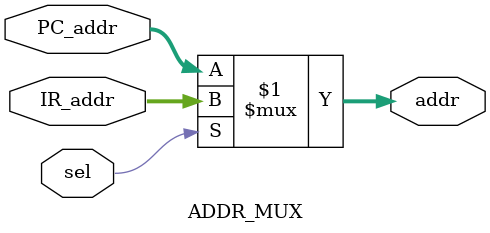
<source format=v>
`timescale 1ns / 1ps


module ADDR_MUX(
    input [7:0]IR_addr,
    input [7:0]PC_addr,
    input sel,
    output [7:0]addr
    );
    assign addr = sel?IR_addr:PC_addr;//1 寄存器寻址 0 存储器寻址
endmodule

</source>
